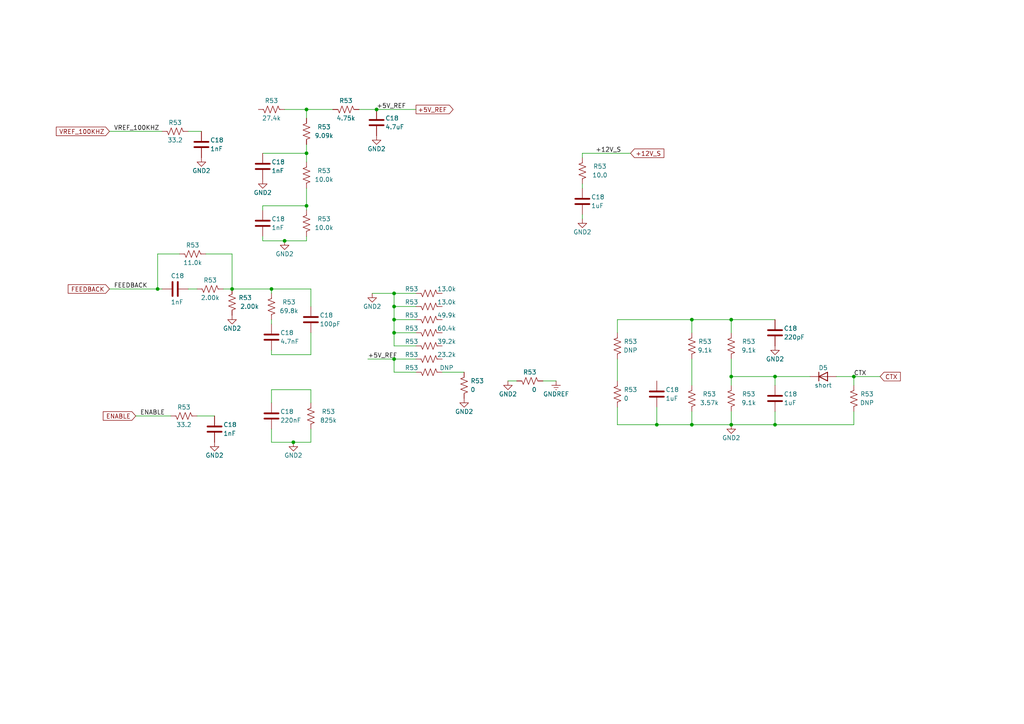
<source format=kicad_sch>
(kicad_sch (version 20230121) (generator eeschema)
  (paper "A4")
  (lib_symbols
    (symbol "Device:C" (pin_numbers hide) (pin_names (offset 0.254))
      (property "Reference" "C" (at 0.635 2.54 0))
      (property "Value" "C" (at 0.635 -2.54 0))
      (symbol "C_0_1"
        (polyline (pts (xy -2.032 -0.762) (xy 2.032 -0.762)) (stroke (width 0.508)))
        (polyline (pts (xy -2.032 0.762) (xy 2.032 0.762)) (stroke (width 0.508)))
      )
      (symbol "C_1_1"
        (pin passive line (at 0 3.81 270) (length 2.794) (name "~") (number "1"))
        (pin passive line (at 0 -3.81 90) (length 2.794) (name "~") (number "2"))
      )
    )
    (symbol "Device:D" (pin_numbers hide) (pin_names (offset 1.016) hide)
      (property "Reference" "D" (at 0 2.54 0))
      (property "Value" "D" (at 0 -2.54 0))
      (symbol "D_0_1"
        (polyline (pts (xy -1.27 1.27) (xy -1.27 -1.27)) (stroke (width 0.254)))
        (polyline (pts (xy 1.27 0) (xy -1.27 0)))
        (polyline (pts (xy 1.27 1.27) (xy 1.27 -1.27) (xy -1.27 0) (xy 1.27 1.27)) (stroke (width 0.254)))
      )
      (symbol "D_1_1"
        (pin passive line (at -3.81 0 0) (length 2.54) (name "K") (number "1"))
        (pin passive line (at 3.81 0 180) (length 2.54) (name "A") (number "2"))
      )
    )
    (symbol "Device:R_US" (pin_numbers hide) (pin_names (offset 0))
      (property "Reference" "R" (at 2.54 0 90))
      (property "Value" "R_US" (at -2.54 0 90))
      (symbol "R_US_0_1"
        (polyline (pts (xy 0 -2.286) (xy 0 -2.54)))
        (polyline (pts (xy 0 2.286) (xy 0 2.54)))
        (polyline (pts (xy 0 -0.762) (xy 1.016 -1.143) (xy 0 -1.524) (xy -1.016 -1.905) (xy 0 -2.286)))
        (polyline (pts (xy 0 0.762) (xy 1.016 0.381) (xy 0 0) (xy -1.016 -0.381) (xy 0 -0.762)))
        (polyline (pts (xy 0 2.286) (xy 1.016 1.905) (xy 0 1.524) (xy -1.016 1.143) (xy 0 0.762)))
      )
      (symbol "R_US_1_1"
        (pin passive line (at 0 3.81 270) (length 1.27) (name "~") (number "1"))
        (pin passive line (at 0 -3.81 90) (length 1.27) (name "~") (number "2"))
      )
    )
    (symbol "power:GND2" (power) (pin_names (offset 0))
      (property "Value" "GND2" (at 0 -3.81 0))
      (symbol "GND2_0_1"
        (polyline (pts (xy 0 0) (xy 0 -1.27) (xy 1.27 -1.27) (xy 0 -2.54) (xy -1.27 -1.27) (xy 0 -1.27)))
      )
      (symbol "GND2_1_1"
        (pin power_in line (at 0 0 270) (length 0) hide (name "GND2") (number "1"))
      )
    )
    (symbol "power:GNDREF" (power) (pin_names (offset 0))
      (property "Value" "GNDREF" (at 0 -3.81 0))
      (symbol "GNDREF_0_1"
        (polyline (pts (xy -0.635 -1.905) (xy 0.635 -1.905)))
        (polyline (pts (xy -0.127 -2.54) (xy 0.127 -2.54)))
        (polyline (pts (xy 0 -1.27) (xy 0 0)))
        (polyline (pts (xy 1.27 -1.27) (xy -1.27 -1.27)))
      )
      (symbol "GNDREF_1_1"
        (pin power_in line (at 0 0 270) (length 0) hide (name "GNDREF") (number "1"))
      )
    )
  )
  (junction (at 45.72 83.82))
  (junction (at 200.66 92.71))
  (junction (at 190.5 123.19))
  (junction (at 114.3 92.71))
  (junction (at 224.79 123.19))
  (junction (at 114.3 96.52))
  (junction (at 109.22 31.75))
  (junction (at 114.3 104.14))
  (junction (at 78.74 83.82))
  (junction (at 212.09 92.71))
  (junction (at 247.65 109.22))
  (junction (at 200.66 123.19))
  (junction (at 88.9 44.45))
  (junction (at 82.55 69.85))
  (junction (at 212.09 109.22))
  (junction (at 224.79 109.22))
  (junction (at 67.31 83.82))
  (junction (at 88.9 31.75))
  (junction (at 85.09 128.27))
  (junction (at 88.9 59.69))
  (junction (at 114.3 85.09))
  (junction (at 212.09 123.19))
  (junction (at 114.3 88.9))
  (wire (pts (xy 52.07 73.66) (xy 45.72 73.66)))
  (wire (pts (xy 109.22 31.75) (xy 120.65 31.75)))
  (wire (pts (xy 88.9 44.45) (xy 88.9 46.99)))
  (wire (pts (xy 224.79 111.76) (xy 224.79 109.22)))
  (wire (pts (xy 78.74 102.87) (xy 78.74 101.6)))
  (wire (pts (xy 46.99 83.82) (xy 45.72 83.82)))
  (wire (pts (xy 190.5 118.11) (xy 190.5 123.19)))
  (wire (pts (xy 114.3 92.71) (xy 114.3 88.9)))
  (wire (pts (xy 88.9 69.85) (xy 88.9 68.58)))
  (wire (pts (xy 212.09 119.38) (xy 212.09 123.19)))
  (wire (pts (xy 88.9 31.75) (xy 88.9 34.29)))
  (wire (pts (xy 114.3 100.33) (xy 114.3 96.52)))
  (wire (pts (xy 190.5 123.19) (xy 179.07 123.19)))
  (wire (pts (xy 212.09 96.52) (xy 212.09 92.71)))
  (wire (pts (xy 76.2 44.45) (xy 88.9 44.45)))
  (wire (pts (xy 114.3 96.52) (xy 120.65 96.52)))
  (wire (pts (xy 85.09 128.27) (xy 90.17 128.27)))
  (wire (pts (xy 76.2 59.69) (xy 76.2 60.96)))
  (wire (pts (xy 212.09 92.71) (xy 224.79 92.71)))
  (wire (pts (xy 90.17 116.84) (xy 90.17 113.03)))
  (wire (pts (xy 88.9 59.69) (xy 88.9 60.96)))
  (wire (pts (xy 179.07 92.71) (xy 200.66 92.71)))
  (wire (pts (xy 64.77 83.82) (xy 67.31 83.82)))
  (wire (pts (xy 82.55 31.75) (xy 88.9 31.75)))
  (wire (pts (xy 168.91 53.34) (xy 168.91 54.61)))
  (wire (pts (xy 76.2 69.85) (xy 76.2 68.58)))
  (wire (pts (xy 39.37 120.65) (xy 49.53 120.65)))
  (wire (pts (xy 200.66 119.38) (xy 200.66 123.19)))
  (wire (pts (xy 179.07 104.14) (xy 179.07 110.49)))
  (wire (pts (xy 200.66 92.71) (xy 200.66 96.52)))
  (wire (pts (xy 120.65 100.33) (xy 114.3 100.33)))
  (wire (pts (xy 114.3 85.09) (xy 120.65 85.09)))
  (wire (pts (xy 212.09 123.19) (xy 224.79 123.19)))
  (wire (pts (xy 168.91 44.45) (xy 168.91 45.72)))
  (wire (pts (xy 200.66 123.19) (xy 212.09 123.19)))
  (wire (pts (xy 179.07 118.11) (xy 179.07 123.19)))
  (wire (pts (xy 212.09 109.22) (xy 212.09 111.76)))
  (wire (pts (xy 106.68 104.14) (xy 114.3 104.14)))
  (wire (pts (xy 168.91 63.5) (xy 168.91 62.23)))
  (wire (pts (xy 128.27 107.95) (xy 134.62 107.95)))
  (wire (pts (xy 190.5 123.19) (xy 200.66 123.19)))
  (wire (pts (xy 114.3 107.95) (xy 114.3 104.14)))
  (wire (pts (xy 57.15 83.82) (xy 54.61 83.82)))
  (wire (pts (xy 78.74 102.87) (xy 90.17 102.87)))
  (wire (pts (xy 107.95 85.09) (xy 114.3 85.09)))
  (wire (pts (xy 90.17 88.9) (xy 90.17 83.82)))
  (wire (pts (xy 179.07 96.52) (xy 179.07 92.71)))
  (wire (pts (xy 114.3 88.9) (xy 114.3 85.09)))
  (wire (pts (xy 120.65 107.95) (xy 114.3 107.95)))
  (wire (pts (xy 247.65 123.19) (xy 247.65 119.38)))
  (wire (pts (xy 88.9 31.75) (xy 96.52 31.75)))
  (wire (pts (xy 104.14 31.75) (xy 109.22 31.75)))
  (wire (pts (xy 88.9 54.61) (xy 88.9 59.69)))
  (wire (pts (xy 57.15 120.65) (xy 62.23 120.65)))
  (wire (pts (xy 90.17 113.03) (xy 78.74 113.03)))
  (wire (pts (xy 67.31 83.82) (xy 78.74 83.82)))
  (wire (pts (xy 78.74 128.27) (xy 85.09 128.27)))
  (wire (pts (xy 90.17 102.87) (xy 90.17 96.52)))
  (wire (pts (xy 200.66 104.14) (xy 200.66 111.76)))
  (wire (pts (xy 242.57 109.22) (xy 247.65 109.22)))
  (wire (pts (xy 182.88 44.45) (xy 168.91 44.45)))
  (wire (pts (xy 114.3 88.9) (xy 120.65 88.9)))
  (wire (pts (xy 59.69 73.66) (xy 67.31 73.66)))
  (wire (pts (xy 31.75 38.1) (xy 46.99 38.1)))
  (wire (pts (xy 78.74 85.09) (xy 78.74 83.82)))
  (wire (pts (xy 114.3 92.71) (xy 120.65 92.71)))
  (wire (pts (xy 114.3 96.52) (xy 114.3 92.71)))
  (wire (pts (xy 147.32 110.49) (xy 149.86 110.49)))
  (wire (pts (xy 90.17 83.82) (xy 78.74 83.82)))
  (wire (pts (xy 82.55 69.85) (xy 76.2 69.85)))
  (wire (pts (xy 247.65 109.22) (xy 255.27 109.22)))
  (wire (pts (xy 54.61 38.1) (xy 58.42 38.1)))
  (wire (pts (xy 78.74 113.03) (xy 78.74 116.84)))
  (wire (pts (xy 247.65 111.76) (xy 247.65 109.22)))
  (wire (pts (xy 224.79 109.22) (xy 234.95 109.22)))
  (wire (pts (xy 224.79 123.19) (xy 247.65 123.19)))
  (wire (pts (xy 157.48 110.49) (xy 161.29 110.49)))
  (wire (pts (xy 88.9 41.91) (xy 88.9 44.45)))
  (wire (pts (xy 31.75 83.82) (xy 45.72 83.82)))
  (wire (pts (xy 45.72 73.66) (xy 45.72 83.82)))
  (wire (pts (xy 78.74 92.71) (xy 78.74 93.98)))
  (wire (pts (xy 90.17 128.27) (xy 90.17 124.46)))
  (wire (pts (xy 76.2 59.69) (xy 88.9 59.69)))
  (wire (pts (xy 212.09 104.14) (xy 212.09 109.22)))
  (wire (pts (xy 82.55 69.85) (xy 88.9 69.85)))
  (wire (pts (xy 212.09 92.71) (xy 200.66 92.71)))
  (wire (pts (xy 114.3 104.14) (xy 120.65 104.14)))
  (wire (pts (xy 224.79 109.22) (xy 212.09 109.22)))
  (wire (pts (xy 67.31 73.66) (xy 67.31 83.82)))
  (wire (pts (xy 224.79 119.38) (xy 224.79 123.19)))
  (wire (pts (xy 78.74 124.46) (xy 78.74 128.27)))
  (label "FEEDBACK" (at 33.02 83.82 0))
  (label "ENABLE" (at 40.64 120.65 0))
  (label "VREF_100KHZ" (at 33.02 38.1 0))
  (label "CTX" (at 247.65 109.22 0))
  (label "+12V_S" (at 172.72 44.45 0))
  (label "+5V_REF" (at 106.68 104.14 0))
  (label "+5V_REF" (at 109.22 31.75 0))
  (global_label "ENABLE" (shape input) (at 39.37 120.65 180) (property "Intersheetrefs" "${INTERSHEET_REFS}" (effects hide)))
  (global_label "VREF_100KHZ" (shape input) (at 31.75 38.1 180) (property "Intersheetrefs" "${INTERSHEET_REFS}" (effects hide)))
  (global_label "CTX" (shape input) (at 255.27 109.22 0) (property "Intersheetrefs" "${INTERSHEET_REFS}" (effects hide)))
  (global_label "+5V_REF" (shape output) (at 120.65 31.75 0) (property "Intersheetrefs" "${INTERSHEET_REFS}" (effects hide)))
  (global_label "FEEDBACK" (shape input) (at 31.75 83.82 180) (property "Intersheetrefs" "${INTERSHEET_REFS}" (effects hide)))
  (global_label "+12V_S" (shape input) (at 182.88 44.45 0) (property "Intersheetrefs" "${INTERSHEET_REFS}" (effects hide)))
  (symbol (lib_id "power:GND2") (at 224.79 100.33 0) (unit 1)
    (property "Reference" "#PWR0112" (effects hide))
    (property "Value" "GND2" (at 224.79 104.14 0))
    (instances (project "full_bridge_smps" (path "" (reference "#PWR0112") (unit 1)) (path "" (reference "#PWR0126") (unit 1))))
  )
  (symbol (lib_id "Device:C") (at 168.91 58.42 0) (mirror x) (unit 1)
    (property "Reference" "C18" (at 171.45 57.15 0) (effects (justify left)))
    (property "Value" "1uF" (at 171.45 59.69 0) (effects (justify left)))
    (instances (project "full_bridge_smps" (path "" (reference "C18") (unit 1)) (path "" (reference "C48") (unit 1)) (path "" (reference "C69") (unit 1)) (path "" (reference "C97") (unit 1)) (path "" (reference "C62") (unit 1))))
  )
  (symbol (lib_id "power:GND2") (at 147.32 110.49 0) (unit 1)
    (property "Reference" "#PWR0107" (effects hide))
    (property "Value" "GND2" (at 147.32 114.3 0))
    (instances (project "full_bridge_smps" (path "" (reference "#PWR0107") (unit 1)) (path "" (reference "#PWR0122") (unit 1))))
  )
  (symbol (lib_id "Device:C") (at 190.5 114.3 0) (mirror x) (unit 1)
    (property "Reference" "C18" (at 193.04 113.03 0) (effects (justify left)))
    (property "Value" "1uF" (at 193.04 115.57 0) (effects (justify left)))
    (instances (project "full_bridge_smps" (path "" (reference "C18") (unit 1)) (path "" (reference "C48") (unit 1)) (path "" (reference "C69") (unit 1)) (path "" (reference "C46") (unit 1)) (path "" (reference "C63") (unit 1))))
  )
  (symbol (lib_id "Device:C") (at 76.2 48.26 0) (mirror x) (unit 1)
    (property "Reference" "C18" (at 78.74 46.99 0) (effects (justify left)))
    (property "Value" "1nF" (at 78.74 49.53 0) (effects (justify left)))
    (instances (project "full_bridge_smps" (path "" (reference "C18") (unit 1)) (path "" (reference "C48") (unit 1)) (path "" (reference "C69") (unit 1)) (path "" (reference "C44") (unit 1)) (path "" (reference "C54") (unit 1))))
  )
  (symbol (lib_id "Device:R_US") (at 124.46 107.95 90) (mirror x) (unit 1)
    (property "Reference" "R53" (at 119.38 106.68 90))
    (property "Value" "DNP" (at 129.54 106.68 90))
    (instances (project "full_bridge_smps" (path "" (reference "R53") (unit 1)) (path "" (reference "R80") (unit 1)) (path "" (reference "R42") (unit 1)) (path "" (reference "R108") (unit 1)) (path "" (reference "R128") (unit 1))))
  )
  (symbol (lib_id "Device:R_US") (at 124.46 100.33 90) (mirror x) (unit 1)
    (property "Reference" "R53" (at 119.38 99.06 90))
    (property "Value" "39.2k" (at 129.54 99.06 90))
    (instances (project "full_bridge_smps" (path "" (reference "R53") (unit 1)) (path "" (reference "R80") (unit 1)) (path "" (reference "R42") (unit 1)) (path "" (reference "R112") (unit 1)) (path "" (reference "R126") (unit 1))))
  )
  (symbol (lib_id "power:GND2") (at 62.23 128.27 0) (unit 1)
    (property "Reference" "#PWR0104" (effects hide))
    (property "Value" "GND2" (at 62.23 132.08 0))
    (instances (project "full_bridge_smps" (path "" (reference "#PWR0104") (unit 1)) (path "" (reference "#PWR0114") (unit 1))))
  )
  (symbol (lib_id "power:GND2") (at 134.62 115.57 0) (unit 1)
    (property "Reference" "#PWR0106" (effects hide))
    (property "Value" "GND2" (at 134.62 119.38 0))
    (instances (project "full_bridge_smps" (path "" (reference "#PWR0106") (unit 1)) (path "" (reference "#PWR0121") (unit 1))))
  )
  (symbol (lib_id "Device:R_US") (at 90.17 120.65 0) (mirror x) (unit 1)
    (property "Reference" "R53" (at 95.25 119.38 0))
    (property "Value" "825k" (at 95.25 121.92 0))
    (instances (project "full_bridge_smps" (path "" (reference "R53") (unit 1)) (path "" (reference "R80") (unit 1)) (path "" (reference "R42") (unit 1)) (path "" (reference "R109") (unit 1)) (path "" (reference "R96") (unit 1))))
  )
  (symbol (lib_id "Device:R_US") (at 60.96 83.82 90) (mirror x) (unit 1)
    (property "Reference" "R53" (at 60.96 81.28 90))
    (property "Value" "2.00k" (at 60.96 86.36 90))
    (instances (project "full_bridge_smps" (path "" (reference "R53") (unit 1)) (path "" (reference "R80") (unit 1)) (path "" (reference "R42") (unit 1)) (path "" (reference "R99") (unit 1)) (path "" (reference "R85") (unit 1))))
  )
  (symbol (lib_id "Device:R_US") (at 212.09 115.57 0) (mirror y) (unit 1)
    (property "Reference" "R53" (at 217.17 114.3 0))
    (property "Value" "9.1k" (at 217.17 116.84 0))
    (instances (project "full_bridge_smps" (path "" (reference "R53") (unit 1)) (path "" (reference "R80") (unit 1)) (path "" (reference "R42") (unit 1)) (path "" (reference "R48") (unit 1)) (path "" (reference "R137") (unit 1))))
  )
  (symbol (lib_id "Device:C") (at 62.23 124.46 0) (mirror x) (unit 1)
    (property "Reference" "C18" (at 64.77 123.19 0) (effects (justify left)))
    (property "Value" "1nF" (at 64.77 125.73 0) (effects (justify left)))
    (instances (project "full_bridge_smps" (path "" (reference "C18") (unit 1)) (path "" (reference "C48") (unit 1)) (path "" (reference "C69") (unit 1)) (path "" (reference "C92") (unit 1)) (path "" (reference "C53") (unit 1))))
  )
  (symbol (lib_id "Device:R_US") (at 179.07 100.33 0) (mirror y) (unit 1)
    (property "Reference" "R53" (at 182.88 99.06 0))
    (property "Value" "DNP" (at 182.88 101.6 0))
    (instances (project "full_bridge_smps" (path "" (reference "R53") (unit 1)) (path "" (reference "R80") (unit 1)) (path "" (reference "R42") (unit 1)) (path "" (reference "R118") (unit 1)) (path "" (reference "R132") (unit 1))))
  )
  (symbol (lib_id "Device:R_US") (at 200.66 100.33 0) (mirror y) (unit 1)
    (property "Reference" "R53" (at 204.47 99.06 0))
    (property "Value" "9.1k" (at 204.47 101.6 0))
    (instances (project "full_bridge_smps" (path "" (reference "R53") (unit 1)) (path "" (reference "R80") (unit 1)) (path "" (reference "R42") (unit 1)) (path "" (reference "R121") (unit 1)) (path "" (reference "R134") (unit 1))))
  )
  (symbol (lib_id "Device:C") (at 224.79 96.52 0) (mirror x) (unit 1)
    (property "Reference" "C18" (at 227.33 95.25 0) (effects (justify left)))
    (property "Value" "220pF" (at 227.33 97.79 0) (effects (justify left)))
    (instances (project "full_bridge_smps" (path "" (reference "C18") (unit 1)) (path "" (reference "C48") (unit 1)) (path "" (reference "C69") (unit 1)) (path "" (reference "C98") (unit 1)) (path "" (reference "C64") (unit 1))))
  )
  (symbol (lib_id "Device:R_US") (at 134.62 111.76 0) (mirror y) (unit 1)
    (property "Reference" "R53" (at 138.43 110.49 0))
    (property "Value" "0" (at 137.16 113.03 0))
    (instances (project "full_bridge_smps" (path "" (reference "R53") (unit 1)) (path "" (reference "R80") (unit 1)) (path "" (reference "R42") (unit 1)) (path "" (reference "R114") (unit 1)) (path "" (reference "R129") (unit 1))))
  )
  (symbol (lib_id "power:GND2") (at 212.09 123.19 0) (unit 1)
    (property "Reference" "#PWR0111" (effects hide))
    (property "Value" "GND2" (at 212.09 127 0))
    (instances (project "full_bridge_smps" (path "" (reference "#PWR0111") (unit 1)) (path "" (reference "#PWR0125") (unit 1))))
  )
  (symbol (lib_id "Device:D") (at 238.76 109.22 0) (mirror x) (unit 1)
    (property "Reference" "D5" (at 238.76 106.68 0))
    (property "Value" "short" (at 238.76 111.76 0))
    (instances (project "full_bridge_smps" (path "" (reference "D5") (unit 1)) (path "" (reference "D29") (unit 1)) (path "" (reference "D16") (unit 1)) (path "" (reference "D17") (unit 1))))
  )
  (symbol (lib_id "Device:R_US") (at 124.46 104.14 90) (mirror x) (unit 1)
    (property "Reference" "R53" (at 119.38 102.87 90))
    (property "Value" "23.2k" (at 129.54 102.87 90))
    (instances (project "full_bridge_smps" (path "" (reference "R53") (unit 1)) (path "" (reference "R80") (unit 1)) (path "" (reference "R42") (unit 1)) (path "" (reference "R117") (unit 1)) (path "" (reference "R127") (unit 1))))
  )
  (symbol (lib_id "power:GND2") (at 76.2 52.07 0) (unit 1)
    (property "Reference" "#PWR0100" (effects hide))
    (property "Value" "GND2" (at 76.2 55.88 0))
    (instances (project "full_bridge_smps" (path "" (reference "#PWR0100") (unit 1)) (path "" (reference "#PWR0116") (unit 1))))
  )
  (symbol (lib_id "Device:R_US") (at 153.67 110.49 90) (mirror x) (unit 1)
    (property "Reference" "R53" (at 153.67 107.95 90))
    (property "Value" "0" (at 154.94 113.03 90))
    (instances (project "full_bridge_smps" (path "" (reference "R53") (unit 1)) (path "" (reference "R80") (unit 1)) (path "" (reference "R42") (unit 1)) (path "" (reference "SC3") (unit 1)) (path "" (reference "R130") (unit 1))))
  )
  (symbol (lib_id "Device:C") (at 224.79 115.57 0) (mirror x) (unit 1)
    (property "Reference" "C18" (at 227.33 114.3 0) (effects (justify left)))
    (property "Value" "1uF" (at 227.33 116.84 0) (effects (justify left)))
    (instances (project "full_bridge_smps" (path "" (reference "C18") (unit 1)) (path "" (reference "C48") (unit 1)) (path "" (reference "C69") (unit 1)) (path "" (reference "C50") (unit 1)) (path "" (reference "C65") (unit 1))))
  )
  (symbol (lib_id "Device:C") (at 58.42 41.91 0) (mirror x) (unit 1)
    (property "Reference" "C18" (at 60.96 40.64 0) (effects (justify left)))
    (property "Value" "1nF" (at 60.96 43.18 0) (effects (justify left)))
    (instances (project "full_bridge_smps" (path "" (reference "C18") (unit 1)) (path "" (reference "C48") (unit 1)) (path "" (reference "C69") (unit 1)) (path "" (reference "C91") (unit 1)) (path "" (reference "C52") (unit 1))))
  )
  (symbol (lib_id "Device:R_US") (at 124.46 85.09 90) (mirror x) (unit 1)
    (property "Reference" "R53" (at 119.38 83.82 90))
    (property "Value" "13.0k" (at 129.54 83.82 90))
    (instances (project "full_bridge_smps" (path "" (reference "R53") (unit 1)) (path "" (reference "R80") (unit 1)) (path "" (reference "R42") (unit 1)) (path "" (reference "R110") (unit 1)) (path "" (reference "R101") (unit 1))))
  )
  (symbol (lib_id "power:GND2") (at 109.22 39.37 0) (unit 1)
    (property "Reference" "#PWR0102" (effects hide))
    (property "Value" "GND2" (at 109.22 43.18 0))
    (instances (project "full_bridge_smps" (path "" (reference "#PWR0102") (unit 1)) (path "" (reference "#PWR0120") (unit 1))))
  )
  (symbol (lib_id "Device:R_US") (at 247.65 115.57 0) (mirror y) (unit 1)
    (property "Reference" "R53" (at 251.46 114.3 0))
    (property "Value" "DNP" (at 251.46 116.84 0))
    (instances (project "full_bridge_smps" (path "" (reference "R53") (unit 1)) (path "" (reference "R80") (unit 1)) (path "" (reference "R42") (unit 1)) (path "" (reference "R125") (unit 1)) (path "" (reference "R138") (unit 1))))
  )
  (symbol (lib_id "Device:R_US") (at 212.09 100.33 0) (mirror y) (unit 1)
    (property "Reference" "R53" (at 217.17 99.06 0))
    (property "Value" "9.1k" (at 217.17 101.6 0))
    (instances (project "full_bridge_smps" (path "" (reference "R53") (unit 1)) (path "" (reference "R80") (unit 1)) (path "" (reference "R42") (unit 1)) (path "" (reference "R47") (unit 1)) (path "" (reference "R136") (unit 1))))
  )
  (symbol (lib_id "Device:R_US") (at 78.74 31.75 270) (mirror x) (unit 1)
    (property "Reference" "R53" (at 78.74 29.21 90))
    (property "Value" "27.4k" (at 78.74 34.29 90))
    (instances (project "full_bridge_smps" (path "" (reference "R53") (unit 1)) (path "" (reference "R80") (unit 1)) (path "" (reference "R42") (unit 1)) (path "" (reference "R104") (unit 1)) (path "" (reference "R91") (unit 1))))
  )
  (symbol (lib_id "Device:R_US") (at 67.31 87.63 0) (mirror x) (unit 1)
    (property "Reference" "R53" (at 71.12 86.36 0))
    (property "Value" "2.00k" (at 72.39 88.9 0))
    (instances (project "full_bridge_smps" (path "" (reference "R53") (unit 1)) (path "" (reference "R80") (unit 1)) (path "" (reference "R42") (unit 1)) (path "" (reference "R46") (unit 1)) (path "" (reference "R86") (unit 1))))
  )
  (symbol (lib_id "Device:C") (at 90.17 92.71 0) (mirror x) (unit 1)
    (property "Reference" "C18" (at 92.71 91.44 0) (effects (justify left)))
    (property "Value" "100pF" (at 92.71 93.98 0) (effects (justify left)))
    (instances (project "full_bridge_smps" (path "" (reference "C18") (unit 1)) (path "" (reference "C48") (unit 1)) (path "" (reference "C69") (unit 1)) (path "" (reference "C89") (unit 1)) (path "" (reference "C60") (unit 1))))
  )
  (symbol (lib_id "Device:R_US") (at 88.9 64.77 0) (mirror y) (unit 1)
    (property "Reference" "R53" (at 93.98 63.5 0))
    (property "Value" "10.0k" (at 93.98 66.04 0))
    (instances (project "full_bridge_smps" (path "" (reference "R53") (unit 1)) (path "" (reference "R80") (unit 1)) (path "" (reference "R42") (unit 1)) (path "" (reference "R45") (unit 1)) (path "" (reference "R95") (unit 1))))
  )
  (symbol (lib_id "Device:R_US") (at 168.91 49.53 0) (mirror y) (unit 1)
    (property "Reference" "R53" (at 173.99 48.26 0))
    (property "Value" "10.0" (at 173.99 50.8 0))
    (instances (project "full_bridge_smps" (path "" (reference "R53") (unit 1)) (path "" (reference "R80") (unit 1)) (path "" (reference "R42") (unit 1)) (path "" (reference "R120") (unit 1)) (path "" (reference "R131") (unit 1))))
  )
  (symbol (lib_id "Device:R_US") (at 179.07 114.3 0) (mirror y) (unit 1)
    (property "Reference" "R53" (at 182.88 113.03 0))
    (property "Value" "0" (at 181.61 115.57 0))
    (instances (project "full_bridge_smps" (path "" (reference "R53") (unit 1)) (path "" (reference "R80") (unit 1)) (path "" (reference "R42") (unit 1)) (path "" (reference "R119") (unit 1)) (path "" (reference "R133") (unit 1))))
  )
  (symbol (lib_id "Device:R_US") (at 88.9 50.8 0) (mirror y) (unit 1)
    (property "Reference" "R53" (at 93.98 49.53 0))
    (property "Value" "10.0k" (at 93.98 52.07 0))
    (instances (project "full_bridge_smps" (path "" (reference "R53") (unit 1)) (path "" (reference "R80") (unit 1)) (path "" (reference "R42") (unit 1)) (path "" (reference "R107") (unit 1)) (path "" (reference "R94") (unit 1))))
  )
  (symbol (lib_id "Device:R_US") (at 78.74 88.9 0) (mirror x) (unit 1)
    (property "Reference" "R53" (at 83.82 87.63 0))
    (property "Value" "69.8k" (at 83.82 90.17 0))
    (instances (project "full_bridge_smps" (path "" (reference "R53") (unit 1)) (path "" (reference "R80") (unit 1)) (path "" (reference "R42") (unit 1)) (path "" (reference "R100") (unit 1)) (path "" (reference "R92") (unit 1))))
  )
  (symbol (lib_id "Device:R_US") (at 100.33 31.75 270) (mirror x) (unit 1)
    (property "Reference" "R53" (at 100.33 29.21 90))
    (property "Value" "4.75k" (at 100.33 34.29 90))
    (instances (project "full_bridge_smps" (path "" (reference "R53") (unit 1)) (path "" (reference "R80") (unit 1)) (path "" (reference "R42") (unit 1)) (path "" (reference "R113") (unit 1)) (path "" (reference "R97") (unit 1))))
  )
  (symbol (lib_id "Device:R_US") (at 88.9 38.1 0) (mirror y) (unit 1)
    (property "Reference" "R53" (at 93.98 36.83 0))
    (property "Value" "9.09k" (at 93.98 39.37 0))
    (instances (project "full_bridge_smps" (path "" (reference "R53") (unit 1)) (path "" (reference "R80") (unit 1)) (path "" (reference "R42") (unit 1)) (path "" (reference "R106") (unit 1)) (path "" (reference "R93") (unit 1))))
  )
  (symbol (lib_id "power:GND2") (at 85.09 128.27 0) (unit 1)
    (property "Reference" "#PWR0105" (effects hide))
    (property "Value" "GND2" (at 85.09 132.08 0))
    (instances (project "full_bridge_smps" (path "" (reference "#PWR0105") (unit 1)) (path "" (reference "#PWR0118") (unit 1))))
  )
  (symbol (lib_id "Device:R_US") (at 55.88 73.66 90) (mirror x) (unit 1)
    (property "Reference" "R53" (at 55.88 71.12 90))
    (property "Value" "11.0k" (at 55.88 76.2 90))
    (instances (project "full_bridge_smps" (path "" (reference "R53") (unit 1)) (path "" (reference "R80") (unit 1)) (path "" (reference "R42") (unit 1)) (path "" (reference "R98") (unit 1)) (path "" (reference "R51") (unit 1))))
  )
  (symbol (lib_id "power:GNDREF") (at 161.29 110.49 0) (mirror y) (unit 1)
    (property "Reference" "#PWR071" (effects hide))
    (property "Value" "GNDREF" (at 161.29 114.3 0))
    (instances (project "full_bridge_smps" (path "" (reference "#PWR071") (unit 1)) (path "" (reference "#PWR041") (unit 1)) (path "" (reference "#PWR084") (unit 1)) (path "" (reference "#PWR0108") (unit 1)) (path "" (reference "#PWR0123") (unit 1))))
  )
  (symbol (lib_id "Device:R_US") (at 50.8 38.1 270) (mirror x) (unit 1)
    (property "Reference" "R53" (at 50.8 35.56 90))
    (property "Value" "33.2" (at 50.8 40.64 90))
    (instances (project "full_bridge_smps" (path "" (reference "R53") (unit 1)) (path "" (reference "R80") (unit 1)) (path "" (reference "R42") (unit 1)) (path "" (reference "R102") (unit 1)) (path "" (reference "R49") (unit 1))))
  )
  (symbol (lib_id "Device:R_US") (at 53.34 120.65 90) (mirror x) (unit 1)
    (property "Reference" "R53" (at 53.34 118.11 90))
    (property "Value" "33.2" (at 53.34 123.19 90))
    (instances (project "full_bridge_smps" (path "" (reference "R53") (unit 1)) (path "" (reference "R80") (unit 1)) (path "" (reference "R42") (unit 1)) (path "" (reference "R103") (unit 1)) (path "" (reference "R50") (unit 1))))
  )
  (symbol (lib_id "power:GND2") (at 67.31 91.44 0) (unit 1)
    (property "Reference" "#PWR0103" (effects hide))
    (property "Value" "GND2" (at 67.31 95.25 0))
    (instances (project "full_bridge_smps" (path "" (reference "#PWR0103") (unit 1)) (path "" (reference "#PWR0115") (unit 1))))
  )
  (symbol (lib_id "Device:C") (at 76.2 64.77 0) (mirror x) (unit 1)
    (property "Reference" "C18" (at 78.74 63.5 0) (effects (justify left)))
    (property "Value" "1nF" (at 78.74 66.04 0) (effects (justify left)))
    (instances (project "full_bridge_smps" (path "" (reference "C18") (unit 1)) (path "" (reference "C48") (unit 1)) (path "" (reference "C69") (unit 1)) (path "" (reference "C45") (unit 1)) (path "" (reference "C57") (unit 1))))
  )
  (symbol (lib_id "Device:R_US") (at 200.66 115.57 0) (mirror y) (unit 1)
    (property "Reference" "R53" (at 205.74 114.3 0))
    (property "Value" "3.57k" (at 205.74 116.84 0))
    (instances (project "full_bridge_smps" (path "" (reference "R53") (unit 1)) (path "" (reference "R80") (unit 1)) (path "" (reference "R42") (unit 1)) (path "" (reference "R122") (unit 1)) (path "" (reference "R135") (unit 1))))
  )
  (symbol (lib_id "Device:R_US") (at 124.46 96.52 90) (mirror x) (unit 1)
    (property "Reference" "R53" (at 119.38 95.25 90))
    (property "Value" "60.4k" (at 129.54 95.25 90))
    (instances (project "full_bridge_smps" (path "" (reference "R53") (unit 1)) (path "" (reference "R80") (unit 1)) (path "" (reference "R42") (unit 1)) (path "" (reference "R116") (unit 1)) (path "" (reference "R124") (unit 1))))
  )
  (symbol (lib_id "power:GND2") (at 82.55 69.85 0) (unit 1)
    (property "Reference" "#PWR0101" (effects hide))
    (property "Value" "GND2" (at 82.55 73.66 0))
    (instances (project "full_bridge_smps" (path "" (reference "#PWR0101") (unit 1)) (path "" (reference "#PWR0117") (unit 1))))
  )
  (symbol (lib_id "Device:C") (at 50.8 83.82 270) (mirror x) (unit 1)
    (property "Reference" "C18" (at 49.53 80.01 90) (effects (justify left)))
    (property "Value" "1nF" (at 49.53 87.63 90) (effects (justify left)))
    (instances (project "full_bridge_smps" (path "" (reference "C18") (unit 1)) (path "" (reference "C48") (unit 1)) (path "" (reference "C69") (unit 1)) (path "" (reference "C88") (unit 1)) (path "" (reference "C51") (unit 1))))
  )
  (symbol (lib_id "Device:C") (at 78.74 120.65 0) (mirror x) (unit 1)
    (property "Reference" "C18" (at 81.28 119.38 0) (effects (justify left)))
    (property "Value" "220nF" (at 81.28 121.92 0) (effects (justify left)))
    (instances (project "full_bridge_smps" (path "" (reference "C18") (unit 1)) (path "" (reference "C48") (unit 1)) (path "" (reference "C69") (unit 1)) (path "" (reference "C93") (unit 1)) (path "" (reference "C59") (unit 1))))
  )
  (symbol (lib_id "Device:C") (at 78.74 97.79 0) (mirror x) (unit 1)
    (property "Reference" "C18" (at 81.28 96.52 0) (effects (justify left)))
    (property "Value" "4.7nF" (at 81.28 99.06 0) (effects (justify left)))
    (instances (project "full_bridge_smps" (path "" (reference "C18") (unit 1)) (path "" (reference "C48") (unit 1)) (path "" (reference "C69") (unit 1)) (path "" (reference "C90") (unit 1)) (path "" (reference "C58") (unit 1))))
  )
  (symbol (lib_id "power:GND2") (at 58.42 45.72 0) (unit 1)
    (property "Reference" "#PWR099" (effects hide))
    (property "Value" "GND2" (at 58.42 49.53 0))
    (instances (project "full_bridge_smps" (path "" (reference "#PWR099") (unit 1)) (path "" (reference "#PWR0113") (unit 1))))
  )
  (symbol (lib_id "Device:C") (at 109.22 35.56 0) (mirror x) (unit 1)
    (property "Reference" "C18" (at 111.76 34.29 0) (effects (justify left)))
    (property "Value" "4.7uF" (at 111.76 36.83 0) (effects (justify left)))
    (instances (project "full_bridge_smps" (path "" (reference "C18") (unit 1)) (path "" (reference "C48") (unit 1)) (path "" (reference "C69") (unit 1)) (path "" (reference "C96") (unit 1)) (path "" (reference "C61") (unit 1))))
  )
  (symbol (lib_id "Device:R_US") (at 124.46 88.9 90) (mirror x) (unit 1)
    (property "Reference" "R53" (at 119.38 87.63 90))
    (property "Value" "13.0k" (at 129.54 87.63 90))
    (instances (project "full_bridge_smps" (path "" (reference "R53") (unit 1)) (path "" (reference "R80") (unit 1)) (path "" (reference "R42") (unit 1)) (path "" (reference "R115") (unit 1)) (path "" (reference "R105") (unit 1))))
  )
  (symbol (lib_id "Device:R_US") (at 124.46 92.71 90) (mirror x) (unit 1)
    (property "Reference" "R53" (at 119.38 91.44 90))
    (property "Value" "49.9k" (at 129.54 91.44 90))
    (instances (project "full_bridge_smps" (path "" (reference "R53") (unit 1)) (path "" (reference "R80") (unit 1)) (path "" (reference "R42") (unit 1)) (path "" (reference "R111") (unit 1)) (path "" (reference "R123") (unit 1))))
  )
  (symbol (lib_id "power:GND2") (at 107.95 85.09 0) (unit 1)
    (property "Reference" "#PWR0109" (effects hide))
    (property "Value" "GND2" (at 107.95 88.9 0))
    (instances (project "full_bridge_smps" (path "" (reference "#PWR0109") (unit 1)) (path "" (reference "#PWR0119") (unit 1))))
  )
  (symbol (lib_id "power:GND2") (at 168.91 63.5 0) (unit 1)
    (property "Reference" "#PWR0110" (effects hide))
    (property "Value" "GND2" (at 168.91 67.31 0))
    (instances (project "full_bridge_smps" (path "" (reference "#PWR0110") (unit 1)) (path "" (reference "#PWR0124") (unit 1))))
  )
)
</source>
